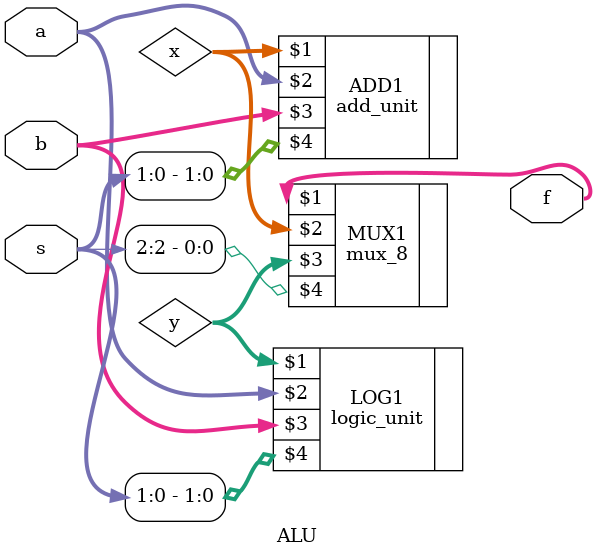
<source format=v>
module			ALU (f, a, b, s);

output	[7:0]	f;
input	[7:0]	a, b;
input	[2:0]	s;


wire	[7:0]	x, y;

add_unit		ADD1 (x, a, b, s[1:0]);
logic_unit		LOG1 (y, a, b, s[1:0]);
mux_8			MUX1 (f, x, y, s[2]);

endmodule

</source>
